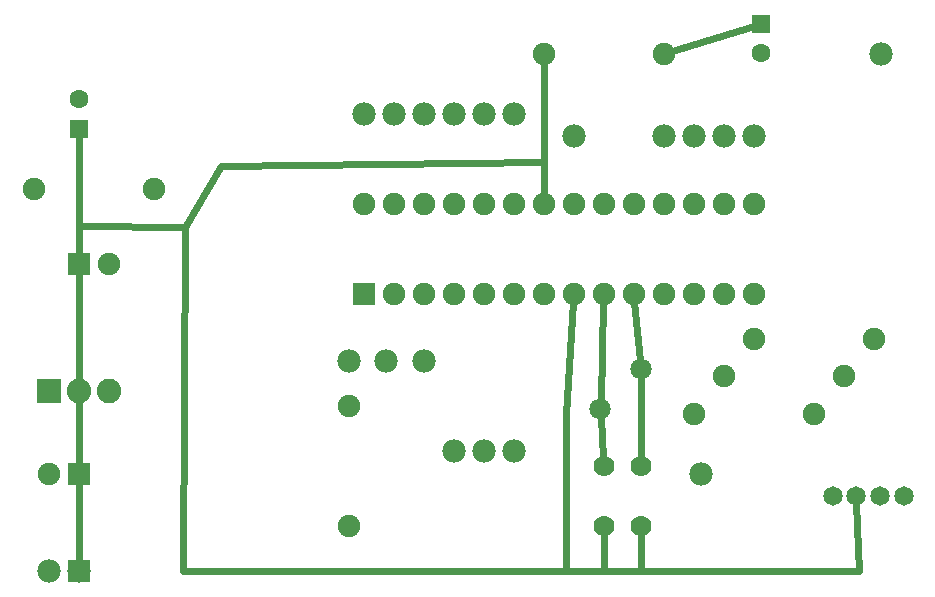
<source format=gbl>
G04 MADE WITH FRITZING*
G04 WWW.FRITZING.ORG*
G04 DOUBLE SIDED*
G04 HOLES PLATED*
G04 CONTOUR ON CENTER OF CONTOUR VECTOR*
%ASAXBY*%
%FSLAX23Y23*%
%MOIN*%
%OFA0B0*%
%SFA1.0B1.0*%
%ADD10C,0.075000*%
%ADD11C,0.078000*%
%ADD12C,0.062992*%
%ADD13C,0.082000*%
%ADD14C,0.070925*%
%ADD15C,0.070866*%
%ADD16C,0.070000*%
%ADD17C,0.065000*%
%ADD18R,0.075000X0.075000*%
%ADD19R,0.078000X0.078000*%
%ADD20R,0.062992X0.062992*%
%ADD21R,0.082000X0.082000*%
%ADD22C,0.024000*%
%LNCOPPER0*%
G90*
G70*
G54D10*
X1197Y1072D03*
X1197Y1372D03*
X1297Y1072D03*
X1297Y1372D03*
X1397Y1072D03*
X1397Y1372D03*
X1497Y1072D03*
X1497Y1372D03*
X1597Y1072D03*
X1597Y1372D03*
X1697Y1072D03*
X1697Y1372D03*
X1797Y1072D03*
X1797Y1372D03*
X1897Y1072D03*
X1897Y1372D03*
X1997Y1072D03*
X1997Y1372D03*
X2097Y1072D03*
X2097Y1372D03*
X2197Y1072D03*
X2197Y1372D03*
X2297Y1072D03*
X2297Y1372D03*
X2397Y1072D03*
X2397Y1372D03*
X2497Y1072D03*
X2497Y1372D03*
G54D11*
X247Y147D03*
X147Y147D03*
G54D10*
X247Y472D03*
X147Y472D03*
X247Y1172D03*
X347Y1172D03*
X97Y1422D03*
X497Y1422D03*
G54D12*
X247Y1622D03*
X247Y1721D03*
G54D13*
X147Y747D03*
X247Y747D03*
X347Y747D03*
G54D11*
X1897Y1597D03*
X1697Y1672D03*
X1597Y1672D03*
X2197Y1597D03*
X2497Y1597D03*
X2297Y1597D03*
X2922Y1872D03*
X2397Y1597D03*
X1497Y1672D03*
X1297Y1672D03*
X1597Y547D03*
X1497Y547D03*
X1147Y847D03*
X1397Y847D03*
X1272Y847D03*
X1397Y1672D03*
X1697Y547D03*
X1197Y1672D03*
X2322Y472D03*
G54D10*
X1147Y697D03*
X1147Y297D03*
G54D14*
X2122Y822D03*
G54D15*
X1986Y686D03*
G54D16*
X1997Y297D03*
X1997Y497D03*
X2122Y297D03*
X2122Y497D03*
G54D17*
X2761Y397D03*
X2840Y397D03*
X2918Y397D03*
X2997Y397D03*
G54D10*
X2497Y922D03*
X2897Y922D03*
X2397Y797D03*
X2797Y797D03*
X2297Y672D03*
X2697Y672D03*
X1797Y1872D03*
X2197Y1872D03*
G54D12*
X2522Y1972D03*
X2522Y1874D03*
G54D18*
X1197Y1072D03*
G54D19*
X247Y147D03*
G54D18*
X247Y472D03*
X247Y1172D03*
G54D20*
X247Y1622D03*
G54D21*
X147Y747D03*
G54D20*
X2522Y1972D03*
G54D22*
X247Y444D02*
X247Y177D01*
D02*
X247Y715D02*
X247Y501D01*
D02*
X247Y779D02*
X247Y1144D01*
D02*
X247Y1595D02*
X247Y1322D01*
D02*
X247Y1322D02*
X247Y1201D01*
D02*
X1896Y148D02*
X1873Y147D01*
D02*
X596Y148D02*
X1896Y148D01*
D02*
X1873Y147D02*
X1873Y672D01*
D02*
X1873Y672D02*
X1896Y1044D01*
D02*
X247Y1201D02*
X247Y1298D01*
D02*
X602Y1295D02*
X596Y148D01*
D02*
X247Y1298D02*
X602Y1295D01*
D02*
X1987Y713D02*
X1996Y1044D01*
D02*
X2120Y849D02*
X2100Y1044D01*
D02*
X2122Y523D02*
X2122Y795D01*
D02*
X1996Y523D02*
X1987Y659D01*
D02*
X1873Y147D02*
X1997Y147D01*
D02*
X1997Y147D02*
X1997Y271D01*
D02*
X2121Y147D02*
X2122Y271D01*
D02*
X1997Y147D02*
X2121Y147D01*
D02*
X2847Y148D02*
X2840Y374D01*
D02*
X2121Y147D02*
X2847Y148D01*
D02*
X722Y1496D02*
X1800Y1511D01*
D02*
X602Y1295D02*
X722Y1496D01*
D02*
X1800Y1511D02*
X1798Y1401D01*
D02*
X1800Y1511D02*
X1797Y1844D01*
D02*
X2497Y1964D02*
X2225Y1881D01*
G04 End of Copper0*
M02*
</source>
